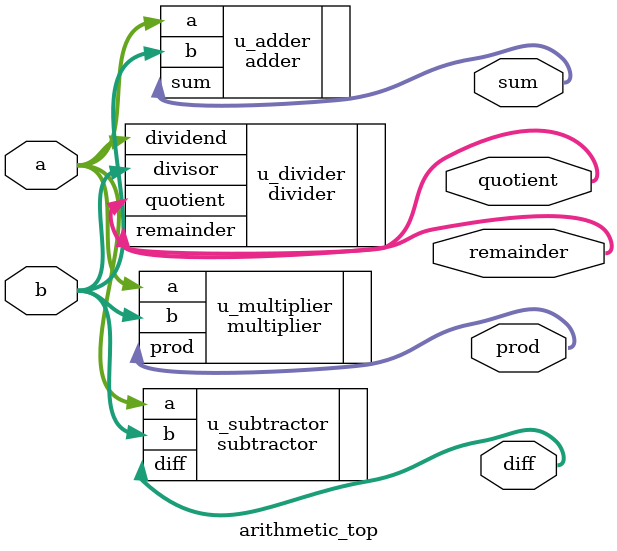
<source format=v>
module arithmetic_top (
    input [7:0] a,              // Input A
    input [7:0] b,              // Input B
    output [7:0] sum,           // Output from adder
    output [15:0] prod,         // Output from multiplier
    output [7:0] diff,          // Output from subtractor
    output [7:0] quotient,      // Output from divider
    output [7:0] remainder      // Remainder from divider
);

    // Instantiate the adder
    adder u_adder (
        .a(a),
        .b(b),
        .sum(sum)
    );

    // Instantiate the multiplier
    multiplier u_multiplier (
        .a(a),
        .b(b),
        .prod(prod)
    );

    // Instantiate the subtractor
    subtractor u_subtractor (
        .a(a),
        .b(b),
        .diff(diff)
    );

    // Instantiate the divider
    divider u_divider (
        .dividend(a),
        .divisor(b),
        .quotient(quotient),
        .remainder(remainder)
    );

endmodule

</source>
